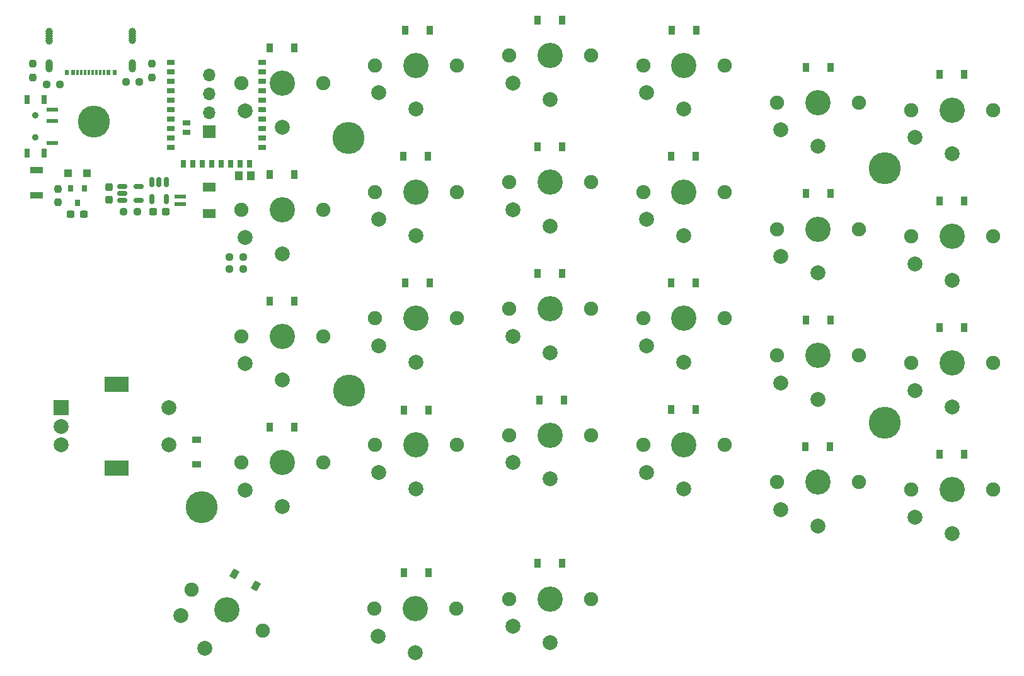
<source format=gbs>
G04 #@! TF.GenerationSoftware,KiCad,Pcbnew,(5.99.0-8557-g8988e46ab1)*
G04 #@! TF.CreationDate,2021-02-20T09:24:53-07:00*
G04 #@! TF.ProjectId,BlueSof,426c7565-536f-4662-9e6b-696361645f70,rev?*
G04 #@! TF.SameCoordinates,PX85099e0PY51bada0*
G04 #@! TF.FileFunction,Soldermask,Bot*
G04 #@! TF.FilePolarity,Negative*
%FSLAX46Y46*%
G04 Gerber Fmt 4.6, Leading zero omitted, Abs format (unit mm)*
G04 Created by KiCad (PCBNEW (5.99.0-8557-g8988e46ab1)) date 2021-02-20 09:24:53*
%MOMM*%
%LPD*%
G01*
G04 APERTURE LIST*
G04 Aperture macros list*
%AMRoundRect*
0 Rectangle with rounded corners*
0 $1 Rounding radius*
0 $2 $3 $4 $5 $6 $7 $8 $9 X,Y pos of 4 corners*
0 Add a 4 corners polygon primitive as box body*
4,1,4,$2,$3,$4,$5,$6,$7,$8,$9,$2,$3,0*
0 Add four circle primitives for the rounded corners*
1,1,$1+$1,$2,$3*
1,1,$1+$1,$4,$5*
1,1,$1+$1,$6,$7*
1,1,$1+$1,$8,$9*
0 Add four rect primitives between the rounded corners*
20,1,$1+$1,$2,$3,$4,$5,0*
20,1,$1+$1,$4,$5,$6,$7,0*
20,1,$1+$1,$6,$7,$8,$9,0*
20,1,$1+$1,$8,$9,$2,$3,0*%
%AMRotRect*
0 Rectangle, with rotation*
0 The origin of the aperture is its center*
0 $1 length*
0 $2 width*
0 $3 Rotation angle, in degrees counterclockwise*
0 Add horizontal line*
21,1,$1,$2,0,0,$3*%
G04 Aperture macros list end*
%ADD10C,1.900000*%
%ADD11C,3.400000*%
%ADD12C,2.000000*%
%ADD13R,2.000000X2.000000*%
%ADD14R,3.200000X2.000000*%
%ADD15C,4.300000*%
%ADD16R,0.900000X1.200000*%
%ADD17RotRect,0.900000X1.200000X330.000000*%
%ADD18R,1.200000X0.900000*%
%ADD19RoundRect,0.237500X-0.300000X-0.237500X0.300000X-0.237500X0.300000X0.237500X-0.300000X0.237500X0*%
%ADD20RoundRect,0.237500X-0.237500X0.300000X-0.237500X-0.300000X0.237500X-0.300000X0.237500X0.300000X0*%
%ADD21RoundRect,0.237500X0.300000X0.237500X-0.300000X0.237500X-0.300000X-0.237500X0.300000X-0.237500X0*%
%ADD22R,0.540000X0.800000*%
%ADD23R,0.300000X0.800000*%
%ADD24C,1.000000*%
%ADD25R,1.700000X1.700000*%
%ADD26O,1.700000X1.700000*%
%ADD27R,0.800000X0.900000*%
%ADD28RoundRect,0.237500X0.250000X0.237500X-0.250000X0.237500X-0.250000X-0.237500X0.250000X-0.237500X0*%
%ADD29RoundRect,0.237500X-0.250000X-0.237500X0.250000X-0.237500X0.250000X0.237500X-0.250000X0.237500X0*%
%ADD30RoundRect,0.237500X-0.237500X0.250000X-0.237500X-0.250000X0.237500X-0.250000X0.237500X0.250000X0*%
%ADD31R,1.700000X0.900000*%
%ADD32RoundRect,0.150000X-0.512500X-0.150000X0.512500X-0.150000X0.512500X0.150000X-0.512500X0.150000X0*%
%ADD33RoundRect,0.150000X-0.150000X0.512500X-0.150000X-0.512500X0.150000X-0.512500X0.150000X0.512500X0*%
%ADD34R,1.050000X1.200000*%
%ADD35R,1.000000X0.650000*%
%ADD36R,0.650000X1.000000*%
%ADD37R,1.000000X1.000000*%
%ADD38R,1.550000X0.600000*%
%ADD39R,1.800000X1.200000*%
%ADD40C,0.900000*%
%ADD41R,1.524000X0.600000*%
%ADD42R,0.700000X1.200000*%
G04 APERTURE END LIST*
D10*
X-23500000Y31600000D03*
X-12500000Y31600000D03*
D11*
X-18000000Y31600000D03*
D12*
X-23000000Y27900000D03*
X-18000000Y25700000D03*
D10*
X-5500000Y34000000D03*
D11*
X0Y34000000D03*
D10*
X5500000Y34000000D03*
D12*
X-5000000Y30300000D03*
X0Y28100000D03*
D10*
X41500000Y34000000D03*
D11*
X36000000Y34000000D03*
D10*
X30500000Y34000000D03*
D12*
X31000000Y30300000D03*
X36000000Y28100000D03*
D10*
X59500000Y29000000D03*
D11*
X54000000Y29000000D03*
D10*
X48500000Y29000000D03*
D12*
X49000000Y25300000D03*
X54000000Y23100000D03*
D10*
X66500000Y28000000D03*
D11*
X72000000Y28000000D03*
D10*
X77500000Y28000000D03*
D12*
X67000000Y24300000D03*
X72000000Y22100000D03*
D11*
X-18000000Y14600000D03*
D10*
X-23500000Y14600000D03*
X-12500000Y14600000D03*
D12*
X-23000000Y10900000D03*
X-18000000Y8700000D03*
D11*
X0Y17000000D03*
D10*
X5500000Y17000000D03*
X-5500000Y17000000D03*
D12*
X-5000000Y13300000D03*
X0Y11100000D03*
D10*
X23500000Y18300000D03*
D11*
X18000000Y18300000D03*
D10*
X12500000Y18300000D03*
D12*
X13000000Y14600000D03*
X18000000Y12400000D03*
D11*
X36000000Y17000000D03*
D10*
X30500000Y17000000D03*
X41500000Y17000000D03*
D12*
X31000000Y13300000D03*
X36000000Y11100000D03*
D10*
X77500000Y11000000D03*
D11*
X72000000Y11000000D03*
D10*
X66500000Y11000000D03*
D12*
X67000000Y7300000D03*
X72000000Y5100000D03*
D10*
X-5500000Y0D03*
X5500000Y0D03*
D11*
X0Y0D03*
D12*
X-5000000Y-3700000D03*
X0Y-5900000D03*
D11*
X18000000Y1300000D03*
D10*
X12500000Y1300000D03*
X23500000Y1300000D03*
D12*
X13000000Y-2400000D03*
X18000000Y-4600000D03*
D10*
X41500000Y0D03*
X30500000Y0D03*
D11*
X36000000Y0D03*
D12*
X31000000Y-3700000D03*
X36000000Y-5900000D03*
D10*
X59500000Y-5000000D03*
D11*
X54000000Y-5000000D03*
D10*
X48500000Y-5000000D03*
D12*
X49000000Y-8700000D03*
X54000000Y-10900000D03*
D10*
X-23500000Y-19400000D03*
X-12500000Y-19400000D03*
D11*
X-18000000Y-19400000D03*
D12*
X-23000000Y-23100000D03*
X-18000000Y-25300000D03*
D10*
X12500000Y-15700000D03*
D11*
X18000000Y-15700000D03*
D10*
X23500000Y-15700000D03*
D12*
X13000000Y-19400000D03*
X18000000Y-21600000D03*
D11*
X36000000Y-17000000D03*
D10*
X30500000Y-17000000D03*
X41500000Y-17000000D03*
D12*
X31000000Y-20700000D03*
X36000000Y-22900000D03*
D10*
X59500000Y-22000000D03*
D11*
X54000000Y-22000000D03*
D10*
X48500000Y-22000000D03*
D12*
X49000000Y-25700000D03*
X54000000Y-27900000D03*
D10*
X77500000Y-23000000D03*
X66500000Y-23000000D03*
D11*
X72000000Y-23000000D03*
D12*
X67000000Y-26700000D03*
X72000000Y-28900000D03*
D10*
X-23500000Y-2400000D03*
D11*
X-18000000Y-2400000D03*
D10*
X-12500000Y-2400000D03*
D12*
X-23000000Y-6100000D03*
X-18000000Y-8300000D03*
D11*
X54000000Y12000000D03*
D10*
X48500000Y12000000D03*
X59500000Y12000000D03*
D12*
X49000000Y8300000D03*
X54000000Y6100000D03*
D10*
X77500000Y-6000000D03*
X66500000Y-6000000D03*
D11*
X72000000Y-6000000D03*
D12*
X67000000Y-9700000D03*
X72000000Y-11900000D03*
D10*
X12500000Y-37700000D03*
D11*
X18000000Y-37700000D03*
D10*
X23500000Y-37700000D03*
D12*
X13000000Y-41400000D03*
X18000000Y-43600000D03*
D10*
X12500000Y35300000D03*
D11*
X18000000Y35300000D03*
D10*
X23500000Y35300000D03*
D12*
X13000000Y31600000D03*
X18000000Y29400000D03*
D10*
X5500000Y-17000000D03*
X-5500000Y-17000000D03*
D11*
X0Y-17000000D03*
D12*
X-5000000Y-20700000D03*
X0Y-22900000D03*
D10*
X-20636860Y-41950000D03*
X-30163140Y-36450000D03*
D11*
X-25400000Y-39200000D03*
D12*
X-31580127Y-39904294D03*
X-28350000Y-44309550D03*
D13*
X-47700000Y-12000000D03*
D12*
X-47700000Y-17000000D03*
X-47700000Y-14500000D03*
D14*
X-40200000Y-8900000D03*
X-40200000Y-20100000D03*
D12*
X-33200000Y-17000000D03*
X-33200000Y-12000000D03*
D10*
X5400000Y-39000000D03*
D11*
X-100000Y-39000000D03*
D10*
X-5600000Y-39000000D03*
D12*
X-5100000Y-42700000D03*
X-100000Y-44900000D03*
D15*
X63000000Y20175000D03*
X-43275000Y26400000D03*
X-9100000Y24275000D03*
X-9000000Y-9725000D03*
X-28775000Y-25400000D03*
X63000000Y-14025000D03*
D16*
X-1450000Y38700000D03*
X1850000Y38700000D03*
X16350000Y40050000D03*
X19650000Y40050000D03*
X34350000Y38750000D03*
X37650000Y38750000D03*
X52350000Y33750000D03*
X55650000Y33750000D03*
X70350000Y32750000D03*
X73650000Y32750000D03*
X-19700000Y19350000D03*
X-16400000Y19350000D03*
X-1750000Y21800000D03*
X1550000Y21800000D03*
X16350000Y23050000D03*
X19650000Y23050000D03*
X34300000Y21750000D03*
X37600000Y21750000D03*
X52350000Y16750000D03*
X55650000Y16750000D03*
X70300000Y15750000D03*
X73600000Y15750000D03*
X-1450000Y4800000D03*
X1850000Y4800000D03*
X16350000Y6050000D03*
X19650000Y6050000D03*
X34300000Y4750000D03*
X37600000Y4750000D03*
X52350000Y-250000D03*
X55650000Y-250000D03*
X70300000Y-1250000D03*
X73600000Y-1250000D03*
X-19650000Y-14650000D03*
X-16350000Y-14650000D03*
X-1650000Y-12300000D03*
X1650000Y-12300000D03*
X16550000Y-11000000D03*
X19850000Y-11000000D03*
X34300000Y-12250000D03*
X37600000Y-12250000D03*
X52300000Y-17250000D03*
X55600000Y-17250000D03*
X70350000Y-18250000D03*
X73650000Y-18250000D03*
X-19650000Y2350000D03*
X-16350000Y2350000D03*
X-1650000Y-34200000D03*
X1650000Y-34200000D03*
D17*
X-24401185Y-34325000D03*
X-21543301Y-35975000D03*
D18*
X-29500000Y-19649999D03*
X-29500000Y-16349999D03*
D16*
X-19650000Y36350000D03*
X-16350000Y36350000D03*
X16350000Y-32900000D03*
X19650000Y-32900000D03*
D19*
X-35337500Y14300000D03*
X-33612500Y14300000D03*
D20*
X-41275000Y17662500D03*
X-41275000Y15937500D03*
D21*
X-44675000Y14000000D03*
X-46400000Y14000000D03*
D22*
X-40500000Y33025000D03*
X-46900000Y33025000D03*
X-46100000Y33025000D03*
X-41300000Y33025000D03*
D23*
X-44950000Y33025000D03*
X-43950000Y33025000D03*
X-43450000Y33025000D03*
X-42450000Y33025000D03*
X-41950000Y33025000D03*
X-42950000Y33025000D03*
X-44450000Y33025000D03*
X-45458000Y33025000D03*
D24*
X-49275300Y37319900D03*
X-38124700Y37332600D03*
X-49275600Y34306000D03*
X-38124700Y33789300D03*
X-38125000Y33544000D03*
X-49275000Y38539100D03*
X-38124700Y37967600D03*
X-49275600Y34043300D03*
X-38125000Y34306000D03*
X-49275300Y38259700D03*
X-49275300Y33789300D03*
X-38124400Y38551800D03*
X-49275600Y33544000D03*
X-38124700Y38272400D03*
X-38125000Y34043300D03*
X-38124700Y37624700D03*
X-49275300Y37954900D03*
X-49275300Y37612000D03*
D25*
X-27775000Y25100000D03*
D26*
X-27775000Y27640000D03*
X-27775000Y30180000D03*
X-27775000Y32720000D03*
D27*
X-46450000Y17500000D03*
X-44550000Y17500000D03*
X-45500000Y15500000D03*
D28*
X-37462500Y14300000D03*
X-39287500Y14300000D03*
D29*
X-25087500Y8200000D03*
X-23262500Y8200000D03*
D28*
X-23262500Y6600000D03*
X-25087500Y6600000D03*
X-47825000Y31400000D03*
X-49650000Y31400000D03*
D29*
X-38987500Y31750000D03*
X-37162500Y31750000D03*
D30*
X-48075000Y17412500D03*
X-48075000Y15587500D03*
D31*
X-50975000Y16500000D03*
X-50975000Y19900000D03*
D32*
X-39512500Y15850000D03*
X-39512500Y16800000D03*
X-39512500Y17750000D03*
X-37237500Y17750000D03*
X-37237500Y15850000D03*
D33*
X-35475000Y18337500D03*
X-34525000Y18337500D03*
X-33575000Y18337500D03*
X-33575000Y16062500D03*
X-35475000Y16062500D03*
D34*
X-23814045Y19137500D03*
X-22164045Y19137500D03*
D30*
X-51500000Y34212500D03*
X-51500000Y32387500D03*
D35*
X-20720045Y34430000D03*
X-20720045Y33160000D03*
X-20720045Y31890000D03*
X-20720045Y30620000D03*
X-20720045Y29350000D03*
X-20720045Y28080000D03*
X-20720045Y26810000D03*
X-20720045Y25540000D03*
X-20720045Y24270000D03*
X-20720045Y23000000D03*
D36*
X-22369045Y20781000D03*
X-23639045Y20781000D03*
X-24909045Y20781000D03*
X-26179045Y20781000D03*
X-27449045Y20781000D03*
X-28719045Y20781000D03*
X-29989045Y20781000D03*
X-31259045Y20781000D03*
D35*
X-32958045Y23000000D03*
X-32958045Y24270000D03*
X-30880045Y25032000D03*
X-32958045Y25540000D03*
X-30880045Y26302000D03*
X-32958045Y26810000D03*
X-32958045Y28080000D03*
X-32958045Y29350000D03*
X-32958045Y30620000D03*
X-32958045Y31890000D03*
X-32958045Y33160000D03*
X-32958045Y34430000D03*
D37*
X-44225000Y19500000D03*
X-46725000Y19500000D03*
D30*
X-35475000Y34212500D03*
X-35475000Y32387500D03*
D38*
X-31675000Y16350000D03*
X-31675000Y15350000D03*
D39*
X-27800000Y17650000D03*
X-27800000Y14050000D03*
D40*
X-51125000Y27300000D03*
X-51125000Y24300000D03*
D41*
X-48875000Y23550000D03*
X-48875000Y26550000D03*
X-48875000Y28050000D03*
D42*
X-52275000Y22200000D03*
X-52275000Y29400000D03*
X-49975000Y29400000D03*
X-49975000Y22200000D03*
M02*

</source>
